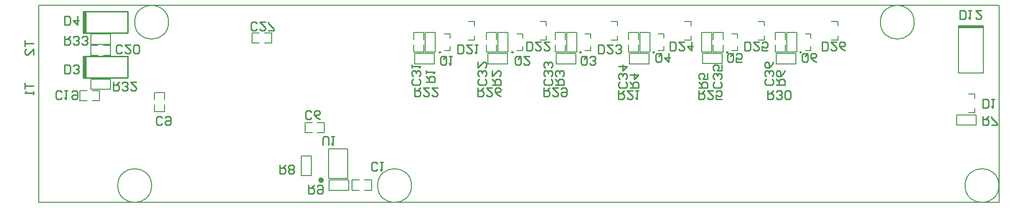
<source format=gbo>
G04 Layer_Color=13278208*
%FSLAX25Y25*%
%MOIN*%
G70*
G01*
G75*
%ADD20C,0.01000*%
%ADD27C,0.00500*%
%ADD51C,0.00787*%
%ADD52C,0.00984*%
%ADD54R,0.17323X0.01378*%
%ADD86C,0.01969*%
D20*
X30994Y101988D02*
X42244D01*
X42344Y86988D02*
X62244D01*
Y101988D01*
X42244D02*
X62244D01*
X30994Y86988D02*
X42244D01*
X30994D02*
Y101988D01*
Y133484D02*
X42244D01*
X42344Y118484D02*
X62244D01*
Y133484D01*
X42244D02*
X62244D01*
X30994Y118484D02*
X42244D01*
X30994D02*
Y133484D01*
X188000Y12000D02*
Y6002D01*
X190999D01*
X191999Y7002D01*
Y9001D01*
X190999Y10001D01*
X188000D01*
X189999D02*
X191999Y12000D01*
X193998Y11000D02*
X194998Y12000D01*
X196997D01*
X197997Y11000D01*
Y7002D01*
X196997Y6002D01*
X194998D01*
X193998Y7002D01*
Y8001D01*
X194998Y9001D01*
X197997D01*
X18000Y116000D02*
Y110002D01*
X20999D01*
X21999Y111002D01*
Y113001D01*
X20999Y114001D01*
X18000D01*
X19999D02*
X21999Y116000D01*
X23998Y111002D02*
X24998Y110002D01*
X26997D01*
X27997Y111002D01*
Y112001D01*
X26997Y113001D01*
X25997D01*
X26997D01*
X27997Y114001D01*
Y115000D01*
X26997Y116000D01*
X24998D01*
X23998Y115000D01*
X29996Y111002D02*
X30996Y110002D01*
X32995D01*
X33995Y111002D01*
Y112001D01*
X32995Y113001D01*
X31995D01*
X32995D01*
X33995Y114001D01*
Y115000D01*
X32995Y116000D01*
X30996D01*
X29996Y115000D01*
X52000Y84000D02*
Y78002D01*
X54999D01*
X55999Y79002D01*
Y81001D01*
X54999Y82001D01*
X52000D01*
X53999D02*
X55999Y84000D01*
X57998Y79002D02*
X58998Y78002D01*
X60997D01*
X61997Y79002D01*
Y80001D01*
X60997Y81001D01*
X59997D01*
X60997D01*
X61997Y82001D01*
Y83000D01*
X60997Y84000D01*
X58998D01*
X57998Y83000D01*
X67995Y84000D02*
X63996D01*
X67995Y80001D01*
Y79002D01*
X66995Y78002D01*
X64996D01*
X63996Y79002D01*
X658000Y60000D02*
Y54002D01*
X660999D01*
X661999Y55002D01*
Y57001D01*
X660999Y58001D01*
X658000D01*
X659999D02*
X661999Y60000D01*
X663998Y54002D02*
X667997D01*
Y55002D01*
X663998Y59000D01*
Y60000D01*
X658000Y66002D02*
Y72000D01*
X660999D01*
X661999Y71000D01*
Y67002D01*
X660999Y66002D01*
X658000D01*
X663998Y72000D02*
X665997D01*
X664998D01*
Y66002D01*
X663998Y67002D01*
X189999Y59002D02*
X188999Y58002D01*
X187000D01*
X186000Y59002D01*
Y63000D01*
X187000Y64000D01*
X188999D01*
X189999Y63000D01*
X195997Y58002D02*
X193997Y59002D01*
X191998Y61001D01*
Y63000D01*
X192998Y64000D01*
X194997D01*
X195997Y63000D01*
Y62001D01*
X194997Y61001D01*
X191998D01*
X168000Y26000D02*
Y20002D01*
X170999D01*
X171999Y21002D01*
Y23001D01*
X170999Y24001D01*
X168000D01*
X169999D02*
X171999Y26000D01*
X173998Y21002D02*
X174998Y20002D01*
X176997D01*
X177997Y21002D01*
Y22001D01*
X176997Y23001D01*
X177997Y24001D01*
Y25000D01*
X176997Y26000D01*
X174998D01*
X173998Y25000D01*
Y24001D01*
X174998Y23001D01*
X173998Y22001D01*
Y21002D01*
X174998Y23001D02*
X176997D01*
X412000Y80000D02*
X417998D01*
Y82999D01*
X416998Y83999D01*
X414999D01*
X413999Y82999D01*
Y80000D01*
Y81999D02*
X412000Y83999D01*
Y88997D02*
X417998D01*
X414999Y85998D01*
Y89997D01*
X360000Y82000D02*
X365998D01*
Y84999D01*
X364998Y85999D01*
X362999D01*
X361999Y84999D01*
Y82000D01*
Y83999D02*
X360000Y85999D01*
X364998Y87998D02*
X365998Y88998D01*
Y90997D01*
X364998Y91997D01*
X363999D01*
X362999Y90997D01*
Y89997D01*
Y90997D01*
X361999Y91997D01*
X361000D01*
X360000Y90997D01*
Y88998D01*
X361000Y87998D01*
X316000Y82000D02*
X321998D01*
Y84999D01*
X320998Y85999D01*
X318999D01*
X317999Y84999D01*
Y82000D01*
Y83999D02*
X316000Y85999D01*
Y91997D02*
Y87998D01*
X319999Y91997D01*
X320998D01*
X321998Y90997D01*
Y88998D01*
X320998Y87998D01*
X270000Y84000D02*
X275998D01*
Y86999D01*
X274998Y87999D01*
X272999D01*
X271999Y86999D01*
Y84000D01*
Y85999D02*
X270000Y87999D01*
Y89998D02*
Y91997D01*
Y90998D01*
X275998D01*
X274998Y89998D01*
X198000Y40002D02*
Y45000D01*
X199000Y46000D01*
X200999D01*
X201999Y45000D01*
Y40002D01*
X203998Y46000D02*
X205997D01*
X204998D01*
Y40002D01*
X203998Y41002D01*
X508000Y78000D02*
Y72002D01*
X510999D01*
X511999Y73002D01*
Y75001D01*
X510999Y76001D01*
X508000D01*
X509999D02*
X511999Y78000D01*
X513998Y73002D02*
X514998Y72002D01*
X516997D01*
X517997Y73002D01*
Y74001D01*
X516997Y75001D01*
X515997D01*
X516997D01*
X517997Y76001D01*
Y77000D01*
X516997Y78000D01*
X514998D01*
X513998Y77000D01*
X519996Y73002D02*
X520996Y72002D01*
X522995D01*
X523995Y73002D01*
Y77000D01*
X522995Y78000D01*
X520996D01*
X519996Y77000D01*
Y73002D01*
X352000Y80000D02*
Y74002D01*
X354999D01*
X355999Y75002D01*
Y77001D01*
X354999Y78001D01*
X352000D01*
X353999D02*
X355999Y80000D01*
X361997D02*
X357998D01*
X361997Y76001D01*
Y75002D01*
X360997Y74002D01*
X358998D01*
X357998Y75002D01*
X363996Y79000D02*
X364996Y80000D01*
X366995D01*
X367995Y79000D01*
Y75002D01*
X366995Y74002D01*
X364996D01*
X363996Y75002D01*
Y76001D01*
X364996Y77001D01*
X367995D01*
X306000Y80000D02*
Y74002D01*
X308999D01*
X309999Y75002D01*
Y77001D01*
X308999Y78001D01*
X306000D01*
X307999D02*
X309999Y80000D01*
X315997D02*
X311998D01*
X315997Y76001D01*
Y75002D01*
X314997Y74002D01*
X312998D01*
X311998Y75002D01*
X321995Y74002D02*
X319995Y75002D01*
X317996Y77001D01*
Y79000D01*
X318996Y80000D01*
X320995D01*
X321995Y79000D01*
Y78001D01*
X320995Y77001D01*
X317996D01*
X460000Y78000D02*
Y72002D01*
X462999D01*
X463999Y73002D01*
Y75001D01*
X462999Y76001D01*
X460000D01*
X461999D02*
X463999Y78000D01*
X469997D02*
X465998D01*
X469997Y74001D01*
Y73002D01*
X468997Y72002D01*
X466998D01*
X465998Y73002D01*
X475995Y72002D02*
X471996D01*
Y75001D01*
X473995Y74001D01*
X474995D01*
X475995Y75001D01*
Y77000D01*
X474995Y78000D01*
X472996D01*
X471996Y77000D01*
X262000Y80000D02*
Y74002D01*
X264999D01*
X265999Y75002D01*
Y77001D01*
X264999Y78001D01*
X262000D01*
X263999D02*
X265999Y80000D01*
X271997D02*
X267998D01*
X271997Y76001D01*
Y75002D01*
X270997Y74002D01*
X268998D01*
X267998Y75002D01*
X277995Y80000D02*
X273996D01*
X277995Y76001D01*
Y75002D01*
X276995Y74002D01*
X274996D01*
X273996Y75002D01*
X404000Y78000D02*
Y72002D01*
X406999D01*
X407999Y73002D01*
Y75001D01*
X406999Y76001D01*
X404000D01*
X405999D02*
X407999Y78000D01*
X413997D02*
X409998D01*
X413997Y74001D01*
Y73002D01*
X412997Y72002D01*
X410998D01*
X409998Y73002D01*
X415996Y78000D02*
X417996D01*
X416996D01*
Y72002D01*
X415996Y73002D01*
X514000Y82000D02*
X519998D01*
Y84999D01*
X518998Y85999D01*
X516999D01*
X515999Y84999D01*
Y82000D01*
Y83999D02*
X514000Y85999D01*
X519998Y91997D02*
X518998Y89997D01*
X516999Y87998D01*
X515000D01*
X514000Y88998D01*
Y90997D01*
X515000Y91997D01*
X515999D01*
X516999Y90997D01*
Y87998D01*
X460000Y80000D02*
X465998D01*
Y82999D01*
X464998Y83999D01*
X462999D01*
X461999Y82999D01*
Y80000D01*
Y81999D02*
X460000Y83999D01*
X465998Y89997D02*
Y85998D01*
X462999D01*
X463999Y87997D01*
Y88997D01*
X462999Y89997D01*
X461000D01*
X460000Y88997D01*
Y86998D01*
X461000Y85998D01*
X535999Y103000D02*
Y99002D01*
X534999Y98002D01*
X533000D01*
X532000Y99002D01*
Y103000D01*
X533000Y104000D01*
X534999D01*
X533999Y102001D02*
X535999Y104000D01*
X534999D02*
X535999Y103000D01*
X541997Y98002D02*
X539997Y99002D01*
X537998Y101001D01*
Y103000D01*
X538998Y104000D01*
X540997D01*
X541997Y103000D01*
Y102001D01*
X540997Y101001D01*
X537998D01*
X381999Y101000D02*
Y97002D01*
X380999Y96002D01*
X379000D01*
X378000Y97002D01*
Y101000D01*
X379000Y102000D01*
X380999D01*
X379999Y100001D02*
X381999Y102000D01*
X380999D02*
X381999Y101000D01*
X383998Y97002D02*
X384998Y96002D01*
X386997D01*
X387997Y97002D01*
Y98001D01*
X386997Y99001D01*
X385997D01*
X386997D01*
X387997Y100001D01*
Y101000D01*
X386997Y102000D01*
X384998D01*
X383998Y101000D01*
X335999D02*
Y97002D01*
X334999Y96002D01*
X333000D01*
X332000Y97002D01*
Y101000D01*
X333000Y102000D01*
X334999D01*
X333999Y100001D02*
X335999Y102000D01*
X334999D02*
X335999Y101000D01*
X341997Y102000D02*
X337998D01*
X341997Y98001D01*
Y97002D01*
X340997Y96002D01*
X338998D01*
X337998Y97002D01*
X483999Y103000D02*
Y99002D01*
X482999Y98002D01*
X481000D01*
X480000Y99002D01*
Y103000D01*
X481000Y104000D01*
X482999D01*
X481999Y102001D02*
X483999Y104000D01*
X482999D02*
X483999Y103000D01*
X489997Y98002D02*
X485998D01*
Y101001D01*
X487997Y100001D01*
X488997D01*
X489997Y101001D01*
Y103000D01*
X488997Y104000D01*
X486998D01*
X485998Y103000D01*
X283999Y101000D02*
Y97002D01*
X282999Y96002D01*
X281000D01*
X280000Y97002D01*
Y101000D01*
X281000Y102000D01*
X282999D01*
X281999Y100001D02*
X283999Y102000D01*
X282999D02*
X283999Y101000D01*
X285998Y102000D02*
X287997D01*
X286998D01*
Y96002D01*
X285998Y97002D01*
X433999Y103000D02*
Y99002D01*
X432999Y98002D01*
X431000D01*
X430000Y99002D01*
Y103000D01*
X431000Y104000D01*
X432999D01*
X431999Y102001D02*
X433999Y104000D01*
X432999D02*
X433999Y103000D01*
X438997Y104000D02*
Y98002D01*
X435998Y101001D01*
X439997D01*
X642000Y128002D02*
Y134000D01*
X644999D01*
X645999Y133000D01*
Y129002D01*
X644999Y128002D01*
X642000D01*
X647998Y134000D02*
X649997D01*
X648998D01*
Y128002D01*
X647998Y129002D01*
X656995Y134000D02*
X652996D01*
X656995Y130001D01*
Y129002D01*
X655996Y128002D01*
X653996D01*
X652996Y129002D01*
X546000Y106002D02*
Y112000D01*
X548999D01*
X549999Y111000D01*
Y107002D01*
X548999Y106002D01*
X546000D01*
X555997Y112000D02*
X551998D01*
X555997Y108001D01*
Y107002D01*
X554997Y106002D01*
X552998D01*
X551998Y107002D01*
X561995Y106002D02*
X559996Y107002D01*
X557996Y109001D01*
Y111000D01*
X558996Y112000D01*
X560995D01*
X561995Y111000D01*
Y110001D01*
X560995Y109001D01*
X557996D01*
X390000Y104002D02*
Y110000D01*
X392999D01*
X393999Y109000D01*
Y105002D01*
X392999Y104002D01*
X390000D01*
X399997Y110000D02*
X395998D01*
X399997Y106001D01*
Y105002D01*
X398997Y104002D01*
X396998D01*
X395998Y105002D01*
X401996D02*
X402996Y104002D01*
X404995D01*
X405995Y105002D01*
Y106001D01*
X404995Y107001D01*
X403996D01*
X404995D01*
X405995Y108001D01*
Y109000D01*
X404995Y110000D01*
X402996D01*
X401996Y109000D01*
X340000Y106002D02*
Y112000D01*
X342999D01*
X343999Y111000D01*
Y107002D01*
X342999Y106002D01*
X340000D01*
X349997Y112000D02*
X345998D01*
X349997Y108001D01*
Y107002D01*
X348997Y106002D01*
X346998D01*
X345998Y107002D01*
X355995Y112000D02*
X351996D01*
X355995Y108001D01*
Y107002D01*
X354995Y106002D01*
X352996D01*
X351996Y107002D01*
X492000Y106002D02*
Y112000D01*
X494999D01*
X495999Y111000D01*
Y107002D01*
X494999Y106002D01*
X492000D01*
X501997Y112000D02*
X497998D01*
X501997Y108001D01*
Y107002D01*
X500997Y106002D01*
X498998D01*
X497998Y107002D01*
X507995Y106002D02*
X503996D01*
Y109001D01*
X505996Y108001D01*
X506995D01*
X507995Y109001D01*
Y111000D01*
X506995Y112000D01*
X504996D01*
X503996Y111000D01*
X292000Y104002D02*
Y110000D01*
X294999D01*
X295999Y109000D01*
Y105002D01*
X294999Y104002D01*
X292000D01*
X301997Y110000D02*
X297998D01*
X301997Y106001D01*
Y105002D01*
X300997Y104002D01*
X298998D01*
X297998Y105002D01*
X303996Y110000D02*
X305995D01*
X304996D01*
Y104002D01*
X303996Y105002D01*
X440000Y106002D02*
Y112000D01*
X442999D01*
X443999Y111000D01*
Y107002D01*
X442999Y106002D01*
X440000D01*
X449997Y112000D02*
X445998D01*
X449997Y108001D01*
Y107002D01*
X448997Y106002D01*
X446998D01*
X445998Y107002D01*
X454995Y112000D02*
Y106002D01*
X451996Y109001D01*
X455995D01*
X151999Y121002D02*
X150999Y120002D01*
X149000D01*
X148000Y121002D01*
Y125000D01*
X149000Y126000D01*
X150999D01*
X151999Y125000D01*
X157997Y126000D02*
X153998D01*
X157997Y122001D01*
Y121002D01*
X156997Y120002D01*
X154998D01*
X153998Y121002D01*
X159996Y120002D02*
X163995D01*
Y121002D01*
X159996Y125000D01*
Y126000D01*
X57999Y105002D02*
X56999Y104002D01*
X55000D01*
X54000Y105002D01*
Y109000D01*
X55000Y110000D01*
X56999D01*
X57999Y109000D01*
X63997Y110000D02*
X59998D01*
X63997Y106001D01*
Y105002D01*
X62997Y104002D01*
X60998D01*
X59998Y105002D01*
X65996D02*
X66996Y104002D01*
X68995D01*
X69995Y105002D01*
Y109000D01*
X68995Y110000D01*
X66996D01*
X65996Y109000D01*
Y105002D01*
X15999Y73002D02*
X14999Y72002D01*
X13000D01*
X12000Y73002D01*
Y77000D01*
X13000Y78000D01*
X14999D01*
X15999Y77000D01*
X17998Y78000D02*
X19997D01*
X18998D01*
Y72002D01*
X17998Y73002D01*
X22996Y77000D02*
X23996Y78000D01*
X25995D01*
X26995Y77000D01*
Y73002D01*
X25995Y72002D01*
X23996D01*
X22996Y73002D01*
Y74001D01*
X23996Y75001D01*
X26995D01*
X235999Y23002D02*
X234999Y22002D01*
X233000D01*
X232000Y23002D01*
Y27000D01*
X233000Y28000D01*
X234999D01*
X235999Y27000D01*
X237998Y28000D02*
X239997D01*
X238998D01*
Y22002D01*
X237998Y23002D01*
X18000Y90002D02*
Y96000D01*
X20999D01*
X21999Y95000D01*
Y91002D01*
X20999Y90002D01*
X18000D01*
X23998Y91002D02*
X24998Y90002D01*
X26997D01*
X27997Y91002D01*
Y92001D01*
X26997Y93001D01*
X25997D01*
X26997D01*
X27997Y94001D01*
Y95000D01*
X26997Y96000D01*
X24998D01*
X23998Y95000D01*
X18000Y124002D02*
Y130000D01*
X20999D01*
X21999Y129000D01*
Y125002D01*
X20999Y124002D01*
X18000D01*
X26997Y130000D02*
Y124002D01*
X23998Y127001D01*
X27997D01*
X85999Y55002D02*
X84999Y54002D01*
X83000D01*
X82000Y55002D01*
Y59000D01*
X83000Y60000D01*
X84999D01*
X85999Y59000D01*
X87998D02*
X88998Y60000D01*
X90997D01*
X91997Y59000D01*
Y55002D01*
X90997Y54002D01*
X88998D01*
X87998Y55002D01*
Y56001D01*
X88998Y57001D01*
X91997D01*
X264998Y85999D02*
X265998Y84999D01*
Y83000D01*
X264998Y82000D01*
X261000D01*
X260000Y83000D01*
Y84999D01*
X261000Y85999D01*
X264998Y87998D02*
X265998Y88998D01*
Y90997D01*
X264998Y91997D01*
X263999D01*
X262999Y90997D01*
Y89997D01*
Y90997D01*
X261999Y91997D01*
X261000D01*
X260000Y90997D01*
Y88998D01*
X261000Y87998D01*
X260000Y93996D02*
Y95995D01*
Y94996D01*
X265998D01*
X264998Y93996D01*
X310998Y85999D02*
X311998Y84999D01*
Y83000D01*
X310998Y82000D01*
X307000D01*
X306000Y83000D01*
Y84999D01*
X307000Y85999D01*
X310998Y87998D02*
X311998Y88998D01*
Y90997D01*
X310998Y91997D01*
X309999D01*
X308999Y90997D01*
Y89997D01*
Y90997D01*
X307999Y91997D01*
X307000D01*
X306000Y90997D01*
Y88998D01*
X307000Y87998D01*
X306000Y97995D02*
Y93996D01*
X309999Y97995D01*
X310998D01*
X311998Y96995D01*
Y94996D01*
X310998Y93996D01*
X356998Y85999D02*
X357998Y84999D01*
Y83000D01*
X356998Y82000D01*
X353000D01*
X352000Y83000D01*
Y84999D01*
X353000Y85999D01*
X356998Y87998D02*
X357998Y88998D01*
Y90997D01*
X356998Y91997D01*
X355999D01*
X354999Y90997D01*
Y89997D01*
Y90997D01*
X353999Y91997D01*
X353000D01*
X352000Y90997D01*
Y88998D01*
X353000Y87998D01*
X356998Y93996D02*
X357998Y94996D01*
Y96995D01*
X356998Y97995D01*
X355999D01*
X354999Y96995D01*
Y95995D01*
Y96995D01*
X353999Y97995D01*
X353000D01*
X352000Y96995D01*
Y94996D01*
X353000Y93996D01*
X408998Y83999D02*
X409998Y82999D01*
Y81000D01*
X408998Y80000D01*
X405000D01*
X404000Y81000D01*
Y82999D01*
X405000Y83999D01*
X408998Y85998D02*
X409998Y86998D01*
Y88997D01*
X408998Y89997D01*
X407999D01*
X406999Y88997D01*
Y87997D01*
Y88997D01*
X405999Y89997D01*
X405000D01*
X404000Y88997D01*
Y86998D01*
X405000Y85998D01*
X404000Y94995D02*
X409998D01*
X406999Y91996D01*
Y95995D01*
X474998Y83999D02*
X475998Y82999D01*
Y81000D01*
X474998Y80000D01*
X471000D01*
X470000Y81000D01*
Y82999D01*
X471000Y83999D01*
X474998Y85998D02*
X475998Y86998D01*
Y88997D01*
X474998Y89997D01*
X473999D01*
X472999Y88997D01*
Y87997D01*
Y88997D01*
X471999Y89997D01*
X471000D01*
X470000Y88997D01*
Y86998D01*
X471000Y85998D01*
X475998Y95995D02*
Y91996D01*
X472999D01*
X473999Y93995D01*
Y94995D01*
X472999Y95995D01*
X471000D01*
X470000Y94995D01*
Y92996D01*
X471000Y91996D01*
X510998Y85999D02*
X511998Y84999D01*
Y83000D01*
X510998Y82000D01*
X507000D01*
X506000Y83000D01*
Y84999D01*
X507000Y85999D01*
X510998Y87998D02*
X511998Y88998D01*
Y90997D01*
X510998Y91997D01*
X509999D01*
X508999Y90997D01*
Y89997D01*
Y90997D01*
X507999Y91997D01*
X507000D01*
X506000Y90997D01*
Y88998D01*
X507000Y87998D01*
X511998Y97995D02*
X510998Y95995D01*
X508999Y93996D01*
X507000D01*
X506000Y94996D01*
Y96995D01*
X507000Y97995D01*
X507999D01*
X508999Y96995D01*
Y93996D01*
X-9426Y83427D02*
Y79428D01*
Y81428D01*
X-3428D01*
Y77429D02*
Y75430D01*
Y76429D01*
X-9426D01*
X-8426Y77429D01*
X-9426Y112986D02*
Y108987D01*
Y110987D01*
X-3428D01*
Y102989D02*
Y106988D01*
X-7427Y102989D01*
X-8426D01*
X-9426Y103989D01*
Y105989D01*
X-8426Y106988D01*
D27*
X-0Y-0D02*
X669291D01*
X669291Y-0D01*
Y137795D01*
X669291Y137795D02*
X669291Y137795D01*
X-0Y137795D02*
X669291D01*
X-0Y-0D02*
Y137795D01*
D51*
X78740Y11811D02*
G03*
X78740Y11811I-11811J0D01*
G01*
X669291D02*
G03*
X669291Y11811I-11811J0D01*
G01*
X90551Y125984D02*
G03*
X90551Y125984I-11811J0D01*
G01*
X259842Y11811D02*
G03*
X259842Y11811I-11811J0D01*
G01*
X610236Y125984D02*
G03*
X610236Y125984I-11811J0D01*
G01*
X36516Y102756D02*
Y109843D01*
Y102756D02*
X41535D01*
X36516Y109843D02*
X41535D01*
X45079D02*
X50098D01*
X45079Y102756D02*
X50098D01*
Y109843D01*
X185609Y48657D02*
Y55743D01*
X190628D01*
X185609Y48657D02*
X190628D01*
X194172D02*
X199191D01*
X194172Y55743D02*
X199191D01*
Y48657D02*
Y55743D01*
X36516Y79134D02*
Y86221D01*
X50098Y79134D02*
Y86221D01*
X36516D02*
X50098D01*
X36516Y79134D02*
X50098D01*
X36516Y110630D02*
Y117717D01*
X50098Y110630D02*
Y117717D01*
X36516D02*
X50098D01*
X36516Y110630D02*
X50098D01*
X190143Y18909D02*
Y32491D01*
X183057Y18909D02*
Y32491D01*
X190143D01*
X183057Y18909D02*
X190143D01*
X231991Y8557D02*
Y15643D01*
X226972D02*
X231991D01*
X226972Y8557D02*
X231991D01*
X218409D02*
X223428D01*
X218409Y15643D02*
X223428D01*
X218409Y8557D02*
Y15643D01*
X201969Y16929D02*
X215354D01*
Y37441D01*
X201969Y16929D02*
Y37441D01*
X215354D01*
X202409Y15643D02*
X215991D01*
X202409Y8557D02*
X215991D01*
X202409D02*
Y15643D01*
X215991Y8557D02*
Y15643D01*
X80657Y76891D02*
X87743D01*
X80657Y71872D02*
Y76891D01*
X87743Y71872D02*
Y76891D01*
Y63309D02*
Y68328D01*
X80657Y63309D02*
Y68328D01*
Y63309D02*
X87743D01*
X31844Y87188D02*
Y101888D01*
X33244Y86988D02*
Y101688D01*
X32564Y87375D02*
Y101974D01*
X31844Y118684D02*
Y133384D01*
X33244Y118484D02*
Y133184D01*
X32564Y118871D02*
Y133471D01*
X261457Y118791D02*
X268543D01*
X261457Y113772D02*
Y118791D01*
X268543Y113772D02*
Y118791D01*
Y105209D02*
Y110228D01*
X261457Y105209D02*
Y110228D01*
Y105209D02*
X268543D01*
X269457D02*
X276543D01*
X269457Y118791D02*
X276543D01*
X269457Y105209D02*
Y118791D01*
X276543Y105209D02*
Y118791D01*
X311957D02*
X319043D01*
X311957Y113772D02*
Y118791D01*
X319043Y113772D02*
Y118791D01*
Y105209D02*
Y110228D01*
X311957Y105209D02*
Y110228D01*
Y105209D02*
X319043D01*
X319957D02*
X327043D01*
X319957Y118791D02*
X327043D01*
X319957Y105209D02*
Y118791D01*
X327043Y105209D02*
Y118791D01*
X359957D02*
X367043D01*
X359957Y113772D02*
Y118791D01*
X367043Y113772D02*
Y118791D01*
Y105209D02*
Y110228D01*
X359957Y105209D02*
Y110228D01*
Y105209D02*
X367043D01*
X367957D02*
X375043D01*
X367957Y118791D02*
X375043D01*
X367957Y105209D02*
Y118791D01*
X375043Y105209D02*
Y118791D01*
X410957D02*
X418043D01*
X410957Y113772D02*
Y118791D01*
X418043Y113772D02*
Y118791D01*
Y105209D02*
Y110228D01*
X410957Y105209D02*
Y110228D01*
Y105209D02*
X418043D01*
X418957D02*
X426043D01*
X418957Y118791D02*
X426043D01*
X418957Y105209D02*
Y118791D01*
X426043Y105209D02*
Y118791D01*
X469957D02*
X477043D01*
X469957Y113772D02*
Y118791D01*
X477043Y113772D02*
Y118791D01*
Y105209D02*
Y110228D01*
X469957Y105209D02*
Y110228D01*
Y105209D02*
X477043D01*
X513457Y118791D02*
X520543D01*
X513457Y113772D02*
Y118791D01*
X520543Y113772D02*
Y118791D01*
Y105209D02*
Y110228D01*
X513457Y105209D02*
Y110228D01*
Y105209D02*
X520543D01*
X42391Y71157D02*
Y78243D01*
X37372D02*
X42391D01*
X37372Y71157D02*
X42391D01*
X28809D02*
X33828D01*
X28809Y78243D02*
X33828D01*
X28809Y71157D02*
Y78243D01*
X162291Y111457D02*
Y118543D01*
X157272D02*
X162291D01*
X157272Y111457D02*
X162291D01*
X148709D02*
X153728D01*
X148709Y118543D02*
X153728D01*
X148709Y111457D02*
Y118543D01*
X275791Y96957D02*
Y104043D01*
X262209Y96957D02*
Y104043D01*
Y96957D02*
X275791D01*
X262209Y104043D02*
X275791D01*
X286756Y114756D02*
Y117905D01*
X282819D02*
X286756D01*
Y106095D02*
Y109244D01*
X282819Y106095D02*
X286756D01*
X299307Y113504D02*
X303807D01*
Y116500D01*
Y123500D02*
Y126496D01*
X299307D02*
X303807D01*
X326791Y96957D02*
Y104043D01*
X313209Y96957D02*
Y104043D01*
Y96957D02*
X326791D01*
X313209Y104043D02*
X326791D01*
X337256Y114756D02*
Y117905D01*
X333319D02*
X337256D01*
Y106095D02*
Y109244D01*
X333319Y106095D02*
X337256D01*
X349307Y113504D02*
X353807D01*
Y116500D01*
Y123500D02*
Y126496D01*
X349307D02*
X353807D01*
X374291Y96957D02*
Y104043D01*
X360709Y96957D02*
Y104043D01*
Y96957D02*
X374291D01*
X360709Y104043D02*
X374291D01*
X384646Y114756D02*
Y117905D01*
X380709D02*
X384646D01*
Y106095D02*
Y109244D01*
X380709Y106095D02*
X384646D01*
X398945Y113504D02*
X403445D01*
Y116500D01*
Y123500D02*
Y126496D01*
X398945D02*
X403445D01*
X435827Y114756D02*
Y117905D01*
X431890D02*
X435827D01*
Y106095D02*
Y109244D01*
X431890Y106095D02*
X435827D01*
X425291Y96957D02*
Y104043D01*
X411709Y96957D02*
Y104043D01*
Y96957D02*
X425291D01*
X411709Y104043D02*
X425291D01*
X450126Y113504D02*
X454626D01*
Y116500D01*
Y123500D02*
Y126496D01*
X450126D02*
X454626D01*
X476291Y97157D02*
Y104243D01*
X462709Y97157D02*
Y104243D01*
Y97157D02*
X476291D01*
X462709Y104243D02*
X476291D01*
X461957Y105209D02*
X469043D01*
X461957Y118791D02*
X469043D01*
X461957Y105209D02*
Y118791D01*
X469043Y105209D02*
Y118791D01*
X487008Y114756D02*
Y117905D01*
X483071D02*
X487008D01*
Y106095D02*
Y109244D01*
X483071Y106095D02*
X487008D01*
X501307Y113504D02*
X505807D01*
Y116500D01*
Y123500D02*
Y126496D01*
X501307D02*
X505807D01*
X527791Y96957D02*
Y104043D01*
X514209Y96957D02*
Y104043D01*
Y96957D02*
X527791D01*
X514209Y104043D02*
X527791D01*
X521457Y105209D02*
X528543D01*
X521457Y118791D02*
X528543D01*
X521457Y105209D02*
Y118791D01*
X528543Y105209D02*
Y118791D01*
X538189Y114756D02*
Y117905D01*
X534252D02*
X538189D01*
Y106095D02*
Y109244D01*
X534252Y106095D02*
X538189D01*
X552488Y113504D02*
X556988D01*
Y116500D01*
Y123500D02*
Y126496D01*
X552488D02*
X556988D01*
X658268Y90354D02*
Y123425D01*
X640945D02*
X658268D01*
X640945Y90354D02*
Y123425D01*
Y122244D02*
X658268D01*
X640945Y90354D02*
X658268D01*
X647944Y62964D02*
X652444D01*
Y65960D01*
Y72960D02*
Y75956D01*
X647944D02*
X652444D01*
X639845Y54105D02*
Y61192D01*
X653428Y54105D02*
Y61192D01*
X639845D02*
X653428D01*
X639845Y54105D02*
X653428D01*
D52*
X280161Y104913D02*
G03*
X280161Y104913I-492J0D01*
G01*
X330661D02*
G03*
X330661Y104913I-492J0D01*
G01*
X378051D02*
G03*
X378051Y104913I-492J0D01*
G01*
X429232D02*
G03*
X429232Y104913I-492J0D01*
G01*
X480413D02*
G03*
X480413Y104913I-492J0D01*
G01*
X531595D02*
G03*
X531595Y104913I-492J0D01*
G01*
D54*
X649606Y122736D02*
D03*
D86*
X197835Y15551D02*
G03*
X197835Y15551I-984J0D01*
G01*
M02*

</source>
